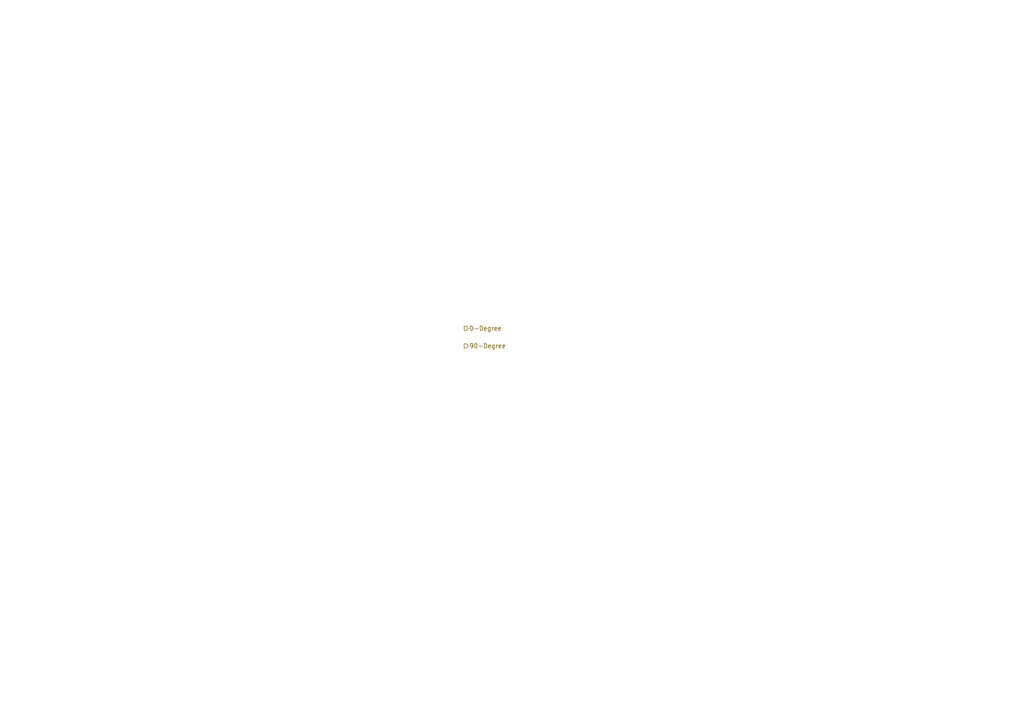
<source format=kicad_sch>
(kicad_sch (version 20211123) (generator eeschema)
  (paper "A4")
  (lib_symbols)
  (hierarchical_label "90-Degree" (shape output) (at 134.62 100.33 0))
  (hierarchical_label "0-Degree" (shape output) (at 134.62 95.25 0))
)
</source>
